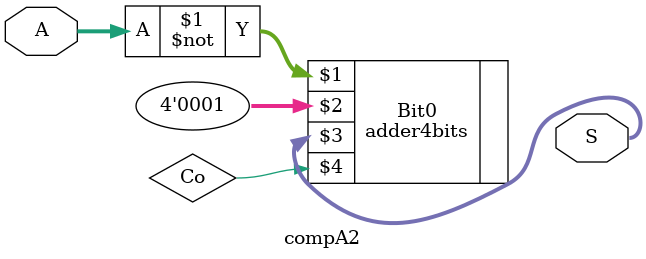
<source format=sv>
module  compA2 (A,  S);
	input logic[3:0] A;
	//logic [3:0] B=4'b0001;
	wire Co;
	output logic [3:0] S;
	adder4bits Bit0(~A,4'b0001,S,Co);
endmodule

</source>
